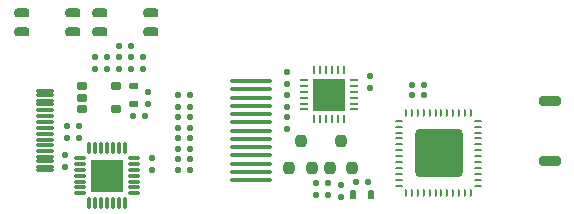
<source format=gtp>
G04*
G04 #@! TF.GenerationSoftware,Altium Limited,Altium Designer,21.2.1 (34)*
G04*
G04 Layer_Color=8421504*
%FSLAX25Y25*%
%MOIN*%
G70*
G04*
G04 #@! TF.SameCoordinates,24BC1A3A-2B15-4BCB-8D07-746B5B0C7B57*
G04*
G04*
G04 #@! TF.FilePolarity,Positive*
G04*
G01*
G75*
G04:AMPARAMS|DCode=17|XSize=160mil|YSize=160mil|CornerRadius=16mil|HoleSize=0mil|Usage=FLASHONLY|Rotation=270.000|XOffset=0mil|YOffset=0mil|HoleType=Round|Shape=RoundedRectangle|*
%AMROUNDEDRECTD17*
21,1,0.16000,0.12800,0,0,270.0*
21,1,0.12800,0.16000,0,0,270.0*
1,1,0.03200,-0.06400,-0.06400*
1,1,0.03200,-0.06400,0.06400*
1,1,0.03200,0.06400,0.06400*
1,1,0.03200,0.06400,-0.06400*
%
%ADD17ROUNDEDRECTD17*%
G04:AMPARAMS|DCode=18|XSize=26.57mil|YSize=9.84mil|CornerRadius=2.46mil|HoleSize=0mil|Usage=FLASHONLY|Rotation=270.000|XOffset=0mil|YOffset=0mil|HoleType=Round|Shape=RoundedRectangle|*
%AMROUNDEDRECTD18*
21,1,0.02657,0.00492,0,0,270.0*
21,1,0.02165,0.00984,0,0,270.0*
1,1,0.00492,-0.00246,-0.01083*
1,1,0.00492,-0.00246,0.01083*
1,1,0.00492,0.00246,0.01083*
1,1,0.00492,0.00246,-0.01083*
%
%ADD18ROUNDEDRECTD18*%
G04:AMPARAMS|DCode=19|XSize=26.57mil|YSize=9.84mil|CornerRadius=2.46mil|HoleSize=0mil|Usage=FLASHONLY|Rotation=0.000|XOffset=0mil|YOffset=0mil|HoleType=Round|Shape=RoundedRectangle|*
%AMROUNDEDRECTD19*
21,1,0.02657,0.00492,0,0,0.0*
21,1,0.02165,0.00984,0,0,0.0*
1,1,0.00492,0.01083,-0.00246*
1,1,0.00492,-0.01083,-0.00246*
1,1,0.00492,-0.01083,0.00246*
1,1,0.00492,0.01083,0.00246*
%
%ADD19ROUNDEDRECTD19*%
G04:AMPARAMS|DCode=20|XSize=20mil|YSize=20mil|CornerRadius=5mil|HoleSize=0mil|Usage=FLASHONLY|Rotation=270.000|XOffset=0mil|YOffset=0mil|HoleType=Round|Shape=RoundedRectangle|*
%AMROUNDEDRECTD20*
21,1,0.02000,0.01000,0,0,270.0*
21,1,0.01000,0.02000,0,0,270.0*
1,1,0.01000,-0.00500,-0.00500*
1,1,0.01000,-0.00500,0.00500*
1,1,0.01000,0.00500,0.00500*
1,1,0.01000,0.00500,-0.00500*
%
%ADD20ROUNDEDRECTD20*%
G04:AMPARAMS|DCode=21|XSize=37.4mil|YSize=39.37mil|CornerRadius=9.35mil|HoleSize=0mil|Usage=FLASHONLY|Rotation=0.000|XOffset=0mil|YOffset=0mil|HoleType=Round|Shape=RoundedRectangle|*
%AMROUNDEDRECTD21*
21,1,0.03740,0.02067,0,0,0.0*
21,1,0.01870,0.03937,0,0,0.0*
1,1,0.01870,0.00935,-0.01034*
1,1,0.01870,-0.00935,-0.01034*
1,1,0.01870,-0.00935,0.01034*
1,1,0.01870,0.00935,0.01034*
%
%ADD21ROUNDEDRECTD21*%
G04:AMPARAMS|DCode=22|XSize=30mil|YSize=22mil|CornerRadius=5.5mil|HoleSize=0mil|Usage=FLASHONLY|Rotation=180.000|XOffset=0mil|YOffset=0mil|HoleType=Round|Shape=RoundedRectangle|*
%AMROUNDEDRECTD22*
21,1,0.03000,0.01100,0,0,180.0*
21,1,0.01900,0.02200,0,0,180.0*
1,1,0.01100,-0.00950,0.00550*
1,1,0.01100,0.00950,0.00550*
1,1,0.01100,0.00950,-0.00550*
1,1,0.01100,-0.00950,-0.00550*
%
%ADD22ROUNDEDRECTD22*%
G04:AMPARAMS|DCode=23|XSize=20mil|YSize=20mil|CornerRadius=5mil|HoleSize=0mil|Usage=FLASHONLY|Rotation=180.000|XOffset=0mil|YOffset=0mil|HoleType=Round|Shape=RoundedRectangle|*
%AMROUNDEDRECTD23*
21,1,0.02000,0.01000,0,0,180.0*
21,1,0.01000,0.02000,0,0,180.0*
1,1,0.01000,-0.00500,0.00500*
1,1,0.01000,0.00500,0.00500*
1,1,0.01000,0.00500,-0.00500*
1,1,0.01000,-0.00500,-0.00500*
%
%ADD23ROUNDEDRECTD23*%
G04:AMPARAMS|DCode=24|XSize=15.75mil|YSize=137.8mil|CornerRadius=3.94mil|HoleSize=0mil|Usage=FLASHONLY|Rotation=270.000|XOffset=0mil|YOffset=0mil|HoleType=Round|Shape=RoundedRectangle|*
%AMROUNDEDRECTD24*
21,1,0.01575,0.12992,0,0,270.0*
21,1,0.00787,0.13780,0,0,270.0*
1,1,0.00787,-0.06496,-0.00394*
1,1,0.00787,-0.06496,0.00394*
1,1,0.00787,0.06496,0.00394*
1,1,0.00787,0.06496,-0.00394*
%
%ADD24ROUNDEDRECTD24*%
%ADD25R,0.11024X0.10630*%
G04:AMPARAMS|DCode=26|XSize=12mil|YSize=38mil|CornerRadius=3mil|HoleSize=0mil|Usage=FLASHONLY|Rotation=90.000|XOffset=0mil|YOffset=0mil|HoleType=Round|Shape=RoundedRectangle|*
%AMROUNDEDRECTD26*
21,1,0.01200,0.03200,0,0,90.0*
21,1,0.00600,0.03800,0,0,90.0*
1,1,0.00600,0.01600,0.00300*
1,1,0.00600,0.01600,-0.00300*
1,1,0.00600,-0.01600,-0.00300*
1,1,0.00600,-0.01600,0.00300*
%
%ADD26ROUNDEDRECTD26*%
G04:AMPARAMS|DCode=27|XSize=12mil|YSize=38mil|CornerRadius=3mil|HoleSize=0mil|Usage=FLASHONLY|Rotation=180.000|XOffset=0mil|YOffset=0mil|HoleType=Round|Shape=RoundedRectangle|*
%AMROUNDEDRECTD27*
21,1,0.01200,0.03200,0,0,180.0*
21,1,0.00600,0.03800,0,0,180.0*
1,1,0.00600,-0.00300,0.01600*
1,1,0.00600,0.00300,0.01600*
1,1,0.00600,0.00300,-0.01600*
1,1,0.00600,-0.00300,-0.01600*
%
%ADD27ROUNDEDRECTD27*%
G04:AMPARAMS|DCode=28|XSize=23.62mil|YSize=35mil|CornerRadius=5.91mil|HoleSize=0mil|Usage=FLASHONLY|Rotation=90.000|XOffset=0mil|YOffset=0mil|HoleType=Round|Shape=RoundedRectangle|*
%AMROUNDEDRECTD28*
21,1,0.02362,0.02319,0,0,90.0*
21,1,0.01181,0.03500,0,0,90.0*
1,1,0.01181,0.01159,0.00591*
1,1,0.01181,0.01159,-0.00591*
1,1,0.01181,-0.01159,-0.00591*
1,1,0.01181,-0.01159,0.00591*
%
%ADD28ROUNDEDRECTD28*%
G04:AMPARAMS|DCode=29|XSize=30mil|YSize=22mil|CornerRadius=5.5mil|HoleSize=0mil|Usage=FLASHONLY|Rotation=270.000|XOffset=0mil|YOffset=0mil|HoleType=Round|Shape=RoundedRectangle|*
%AMROUNDEDRECTD29*
21,1,0.03000,0.01100,0,0,270.0*
21,1,0.01900,0.02200,0,0,270.0*
1,1,0.01100,-0.00550,-0.00950*
1,1,0.01100,-0.00550,0.00950*
1,1,0.01100,0.00550,0.00950*
1,1,0.01100,0.00550,-0.00950*
%
%ADD29ROUNDEDRECTD29*%
G04:AMPARAMS|DCode=30|XSize=31.5mil|YSize=70.87mil|CornerRadius=7.87mil|HoleSize=0mil|Usage=FLASHONLY|Rotation=270.000|XOffset=0mil|YOffset=0mil|HoleType=Round|Shape=RoundedRectangle|*
%AMROUNDEDRECTD30*
21,1,0.03150,0.05512,0,0,270.0*
21,1,0.01575,0.07087,0,0,270.0*
1,1,0.01575,-0.02756,-0.00787*
1,1,0.01575,-0.02756,0.00787*
1,1,0.01575,0.02756,0.00787*
1,1,0.01575,0.02756,-0.00787*
%
%ADD30ROUNDEDRECTD30*%
G04:AMPARAMS|DCode=31|XSize=59.06mil|YSize=11.81mil|CornerRadius=2.95mil|HoleSize=0mil|Usage=FLASHONLY|Rotation=0.000|XOffset=0mil|YOffset=0mil|HoleType=Round|Shape=RoundedRectangle|*
%AMROUNDEDRECTD31*
21,1,0.05906,0.00591,0,0,0.0*
21,1,0.05315,0.01181,0,0,0.0*
1,1,0.00591,0.02657,-0.00295*
1,1,0.00591,-0.02657,-0.00295*
1,1,0.00591,-0.02657,0.00295*
1,1,0.00591,0.02657,0.00295*
%
%ADD31ROUNDEDRECTD31*%
%ADD32R,0.10630X0.11024*%
%ADD33O,0.02756X0.00984*%
%ADD34O,0.00984X0.02756*%
G04:AMPARAMS|DCode=35|XSize=50mil|YSize=30mil|CornerRadius=7.5mil|HoleSize=0mil|Usage=FLASHONLY|Rotation=180.000|XOffset=0mil|YOffset=0mil|HoleType=Round|Shape=RoundedRectangle|*
%AMROUNDEDRECTD35*
21,1,0.05000,0.01500,0,0,180.0*
21,1,0.03500,0.03000,0,0,180.0*
1,1,0.01500,-0.01750,0.00750*
1,1,0.01500,0.01750,0.00750*
1,1,0.01500,0.01750,-0.00750*
1,1,0.01500,-0.01750,-0.00750*
%
%ADD35ROUNDEDRECTD35*%
D17*
X161500Y-7500D02*
D03*
D18*
X172327Y5738D02*
D03*
X170358D02*
D03*
X168390D02*
D03*
X166421D02*
D03*
X164453D02*
D03*
X162484D02*
D03*
X160516D02*
D03*
X158547D02*
D03*
X156579D02*
D03*
X154610D02*
D03*
X152642D02*
D03*
X150673D02*
D03*
Y-20738D02*
D03*
X152642D02*
D03*
X154610D02*
D03*
X156579D02*
D03*
X158547D02*
D03*
X160516D02*
D03*
X162484D02*
D03*
X164453D02*
D03*
X166421D02*
D03*
X168390D02*
D03*
X170358D02*
D03*
X172327D02*
D03*
D19*
X148262Y3327D02*
D03*
Y1358D02*
D03*
Y-610D02*
D03*
Y-2579D02*
D03*
Y-4547D02*
D03*
Y-6516D02*
D03*
Y-8484D02*
D03*
Y-10453D02*
D03*
Y-12421D02*
D03*
Y-14390D02*
D03*
Y-16358D02*
D03*
Y-18327D02*
D03*
X174738D02*
D03*
Y-16358D02*
D03*
Y-14390D02*
D03*
Y-12421D02*
D03*
Y-10453D02*
D03*
Y-8484D02*
D03*
Y-6516D02*
D03*
Y-4547D02*
D03*
Y-2579D02*
D03*
Y-610D02*
D03*
Y1358D02*
D03*
Y3327D02*
D03*
D20*
X55000Y28100D02*
D03*
X59000D02*
D03*
X120500Y-17500D02*
D03*
X124500D02*
D03*
Y-21500D02*
D03*
X120500D02*
D03*
X59500Y5000D02*
D03*
X63500D02*
D03*
X134000Y-17000D02*
D03*
X138000D02*
D03*
X152800Y15389D02*
D03*
X156800D02*
D03*
Y11889D02*
D03*
X152800D02*
D03*
X41500Y-2500D02*
D03*
X37500D02*
D03*
X41500Y1500D02*
D03*
X37500D02*
D03*
X74500Y8000D02*
D03*
X78500D02*
D03*
X55000Y20400D02*
D03*
X59000D02*
D03*
X51000D02*
D03*
X47000D02*
D03*
X55000Y24400D02*
D03*
X59000D02*
D03*
X51000D02*
D03*
X47000D02*
D03*
X74500Y-9500D02*
D03*
X78500D02*
D03*
X74500Y-13000D02*
D03*
X78500D02*
D03*
X74500Y-6000D02*
D03*
X78500D02*
D03*
X74500Y1000D02*
D03*
X78500D02*
D03*
X74500Y4500D02*
D03*
X78500D02*
D03*
X74500Y-2500D02*
D03*
X78500D02*
D03*
X74500Y12000D02*
D03*
X78500D02*
D03*
D21*
X129000Y-3571D02*
D03*
X132740Y-12429D02*
D03*
X125260Y-12429D02*
D03*
X115500Y-3571D02*
D03*
X119240Y-12429D02*
D03*
X111760Y-12429D02*
D03*
D22*
X60000Y15000D02*
D03*
Y9000D02*
D03*
D23*
X64500Y13000D02*
D03*
Y9000D02*
D03*
X37000Y-12000D02*
D03*
Y-8000D02*
D03*
X129000Y-18000D02*
D03*
Y-22000D02*
D03*
X66000Y-13000D02*
D03*
Y-9000D02*
D03*
X111000Y15500D02*
D03*
Y19500D02*
D03*
Y12000D02*
D03*
Y8000D02*
D03*
X138600Y18200D02*
D03*
Y14200D02*
D03*
X111000Y4500D02*
D03*
Y500D02*
D03*
X63000Y20500D02*
D03*
Y24500D02*
D03*
D24*
X99000Y8268D02*
D03*
Y0D02*
D03*
Y-8267D02*
D03*
Y-16535D02*
D03*
Y16536D02*
D03*
Y-11023D02*
D03*
Y-13779D02*
D03*
Y-2756D02*
D03*
Y-5511D02*
D03*
Y5512D02*
D03*
Y2756D02*
D03*
Y13780D02*
D03*
Y11024D02*
D03*
D25*
X51000Y-15000D02*
D03*
D26*
X60150Y-9094D02*
D03*
Y-11063D02*
D03*
Y-13032D02*
D03*
Y-15000D02*
D03*
Y-16969D02*
D03*
Y-18937D02*
D03*
Y-20906D02*
D03*
X41850D02*
D03*
Y-18937D02*
D03*
Y-16969D02*
D03*
Y-15000D02*
D03*
Y-13032D02*
D03*
Y-11063D02*
D03*
Y-9094D02*
D03*
D27*
X56906Y-24150D02*
D03*
X54937D02*
D03*
X52969D02*
D03*
X51000D02*
D03*
X49031D02*
D03*
X47063D02*
D03*
X45094D02*
D03*
Y-5850D02*
D03*
X47063D02*
D03*
X49031D02*
D03*
X51000D02*
D03*
X52969D02*
D03*
X54937D02*
D03*
X56906D02*
D03*
D28*
X42595Y7260D02*
D03*
Y11000D02*
D03*
Y14740D02*
D03*
X53995D02*
D03*
Y7260D02*
D03*
D29*
X139000Y-21500D02*
D03*
X133000D02*
D03*
D30*
X198500Y-10091D02*
D03*
Y10000D02*
D03*
D31*
X30421Y13189D02*
D03*
Y12008D02*
D03*
Y10039D02*
D03*
Y8858D02*
D03*
Y6890D02*
D03*
Y4921D02*
D03*
Y2953D02*
D03*
Y984D02*
D03*
Y-984D02*
D03*
Y-2953D02*
D03*
Y-4921D02*
D03*
Y-6890D02*
D03*
Y-8858D02*
D03*
Y-10039D02*
D03*
Y-12008D02*
D03*
Y-13189D02*
D03*
D32*
X125000Y12000D02*
D03*
D33*
X133268Y16921D02*
D03*
Y14953D02*
D03*
Y12984D02*
D03*
Y11016D02*
D03*
Y9047D02*
D03*
Y7079D02*
D03*
X116732D02*
D03*
Y9047D02*
D03*
Y11016D02*
D03*
Y12984D02*
D03*
Y14953D02*
D03*
Y16921D02*
D03*
D34*
X129921Y3732D02*
D03*
X127953D02*
D03*
X125984D02*
D03*
X124016D02*
D03*
X122047D02*
D03*
X120079D02*
D03*
Y20268D02*
D03*
X122047D02*
D03*
X124016D02*
D03*
X125984D02*
D03*
X127953D02*
D03*
X129921D02*
D03*
D35*
X48500Y32800D02*
D03*
X65500D02*
D03*
X48500Y39200D02*
D03*
X65500D02*
D03*
X22500Y32800D02*
D03*
X39500D02*
D03*
X22500Y39200D02*
D03*
X39500D02*
D03*
M02*

</source>
